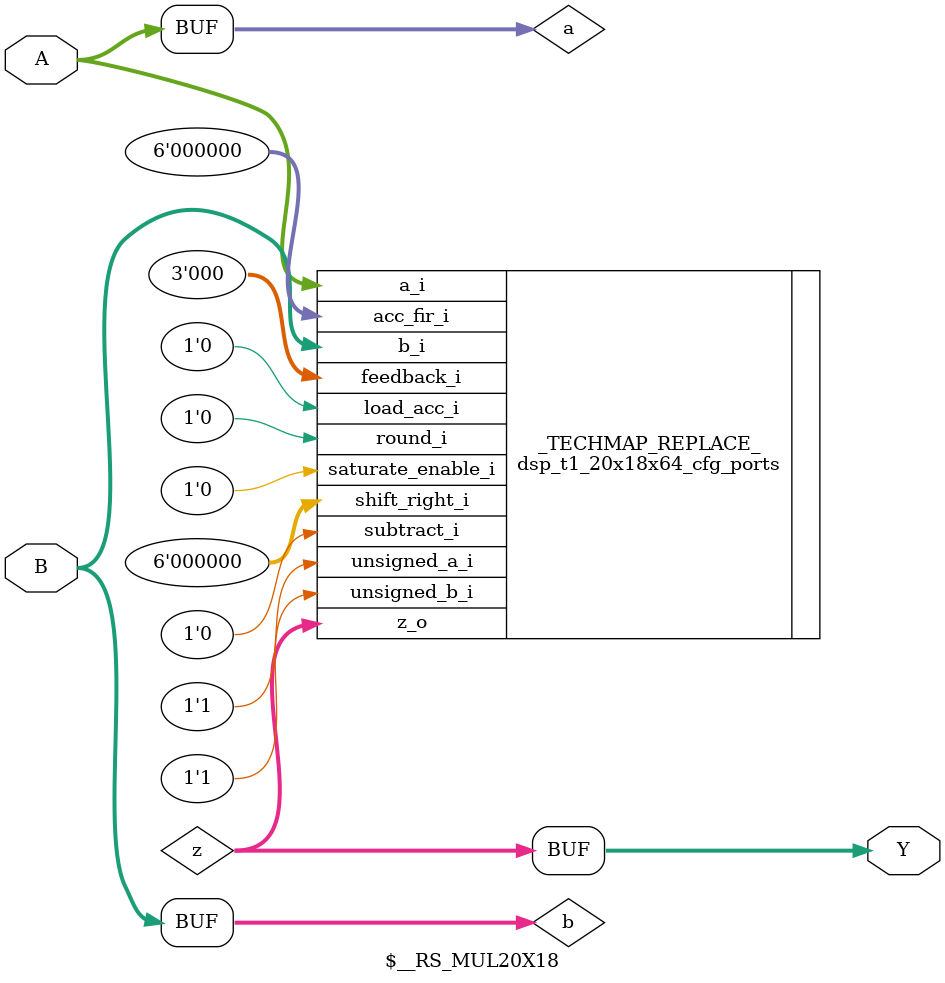
<source format=v>

module \$__RS_MUL20X18 (input [19:0] A, input [17:0] B, output [37:0] Y);
    parameter A_SIGNED = 0;
    parameter B_SIGNED = 0;
    parameter A_WIDTH = 0;
    parameter B_WIDTH = 0;
    parameter Y_WIDTH = 0;
    parameter REG_OUT = 0;
    parameter DSP_CLK = "";
    parameter DSP_RST = "";
    parameter DSP_RST_POL = "";

    wire [19:0] a;
    wire [17:0] b;
    wire [37:0] z;

    assign a = (A_WIDTH == 20) ? A :
               (A_SIGNED) ? {{(20 - A_WIDTH){A[A_WIDTH-1]}}, A} :
                            {{(20 - A_WIDTH){1'b0}},         A};

    assign b = (B_WIDTH == 18) ? B :
               (B_SIGNED) ? {{(18 - B_WIDTH){B[B_WIDTH-1]}}, B} :
                            {{(18 - B_WIDTH){1'b0}},         B};

    (* is_inferred=1 *)
    dsp_t1_20x18x64_cfg_ports  #(
        .COEFF_0(20'd0),
        .COEFF_1(20'd0),
        .COEFF_2(20'd0),
        .COEFF_3(20'd0),
        .OUTPUT_SELECT({2'b0,REG_OUT[0]}),
        .REGISTER_INPUTS(1'b0),
        .DSP_CLK(DSP_CLK),
        .DSP_RST(DSP_RST),
        .DSP_RST_POL(REG_OUT)
    )
    _TECHMAP_REPLACE_ (
        .a_i                (a),
        .b_i                (b),
        .acc_fir_i          (6'd0),
        .z_o                (z),

        .feedback_i         (3'd0),
        .load_acc_i         (1'b0),
        .unsigned_a_i       (!A_SIGNED),
        .unsigned_b_i       (!B_SIGNED),

        .saturate_enable_i  (1'b0),
        .shift_right_i      (6'd0),
        .round_i            (1'b0),
        .subtract_i         (1'b0)
    );

    assign Y = z;

endmodule

</source>
